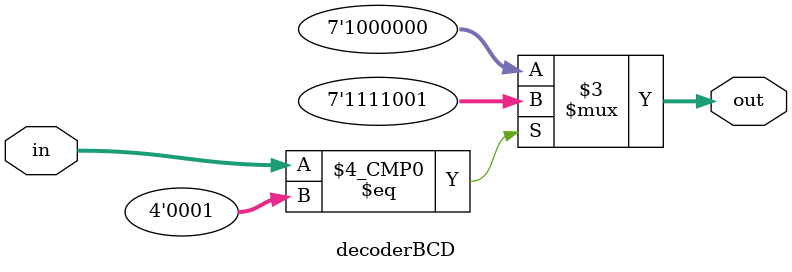
<source format=sv>
module decoderBCD (in,out);

	input logic [3:0] in;
	output logic [6:0] out;
	
	always_comb begin
		case(in)
			1'b0 : out <= 7'b1000000; // 0
			1'b1 : out <= 7'b1111001; // 1
			default : out <= 7'b1000000; // 0	
		endcase
	end
endmodule 
</source>
